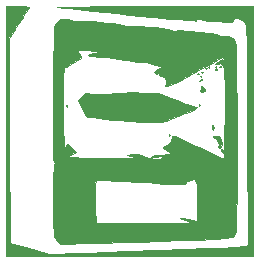
<source format=gbr>
G04 #@! TF.GenerationSoftware,KiCad,Pcbnew,(5.1.7)-1*
G04 #@! TF.CreationDate,2022-02-27T16:51:40+00:00*
G04 #@! TF.ProjectId,TOBIN,544f4249-4e2e-46b6-9963-61645f706362,rev?*
G04 #@! TF.SameCoordinates,Original*
G04 #@! TF.FileFunction,Legend,Bot*
G04 #@! TF.FilePolarity,Positive*
%FSLAX46Y46*%
G04 Gerber Fmt 4.6, Leading zero omitted, Abs format (unit mm)*
G04 Created by KiCad (PCBNEW (5.1.7)-1) date 2022-02-27 16:51:40*
%MOMM*%
%LPD*%
G01*
G04 APERTURE LIST*
%ADD10C,0.010000*%
G04 APERTURE END LIST*
D10*
G36*
X102708363Y-26716182D02*
G01*
X94309045Y-26729575D01*
X92944643Y-26732310D01*
X91653686Y-26735989D01*
X90453802Y-26740493D01*
X89362619Y-26745704D01*
X88397763Y-26751504D01*
X87576863Y-26757774D01*
X86917545Y-26764396D01*
X86437437Y-26771253D01*
X86154166Y-26778225D01*
X86082909Y-26784730D01*
X86241662Y-26807456D01*
X86597002Y-26849396D01*
X87115740Y-26906924D01*
X87764684Y-26976418D01*
X88510644Y-27054251D01*
X89142454Y-27118821D01*
X90107195Y-27216565D01*
X91154291Y-27322713D01*
X92211087Y-27429897D01*
X93204928Y-27530746D01*
X94063159Y-27617891D01*
X94280181Y-27639942D01*
X94999627Y-27710205D01*
X95660631Y-27769448D01*
X96221006Y-27814305D01*
X96638564Y-27841415D01*
X96871119Y-27847412D01*
X96877909Y-27847050D01*
X97243710Y-27855464D01*
X97628363Y-27905481D01*
X97861073Y-27943117D01*
X97881996Y-27919002D01*
X97801545Y-27875979D01*
X97701000Y-27809871D01*
X97788232Y-27784210D01*
X98050141Y-27789682D01*
X98333642Y-27819737D01*
X98478720Y-27867693D01*
X98483347Y-27888159D01*
X98558287Y-27929888D01*
X98800827Y-27952562D01*
X98985206Y-27953879D01*
X99415048Y-27961465D01*
X99933291Y-27991056D01*
X100259905Y-28019579D01*
X100676102Y-28051357D01*
X100916263Y-28034824D01*
X101031366Y-27963890D01*
X101051576Y-27924995D01*
X101211585Y-27761582D01*
X101461438Y-27745115D01*
X101738842Y-27848835D01*
X101981509Y-28045978D01*
X102127149Y-28309783D01*
X102142213Y-28393563D01*
X102146131Y-28542433D01*
X102150889Y-28904268D01*
X102156363Y-29461128D01*
X102162430Y-30195072D01*
X102168967Y-31088159D01*
X102175851Y-32122447D01*
X102182958Y-33279996D01*
X102190166Y-34542865D01*
X102197352Y-35893112D01*
X102204392Y-37312797D01*
X102206568Y-37773288D01*
X102249303Y-46925394D01*
X101988151Y-47022391D01*
X101801416Y-47053313D01*
X101419923Y-47087204D01*
X100879764Y-47121910D01*
X100217034Y-47155277D01*
X99467827Y-47185152D01*
X99013818Y-47199855D01*
X98310244Y-47221986D01*
X97416144Y-47252113D01*
X96371706Y-47288776D01*
X95217122Y-47330511D01*
X93992578Y-47375856D01*
X92738265Y-47423349D01*
X91494371Y-47471527D01*
X90859005Y-47496603D01*
X85417374Y-47712884D01*
X83758550Y-47224540D01*
X82099727Y-46736196D01*
X82070135Y-38063639D01*
X82040544Y-29391083D01*
X82326689Y-29051019D01*
X82495801Y-28821099D01*
X82561210Y-28671418D01*
X82555536Y-28653657D01*
X82582960Y-28545549D01*
X82674210Y-28450315D01*
X82822566Y-28251734D01*
X82850181Y-28141603D01*
X82943344Y-27961710D01*
X83023363Y-27912479D01*
X83176717Y-27772055D01*
X83196545Y-27694051D01*
X83266139Y-27512650D01*
X83438187Y-27256932D01*
X83485181Y-27199055D01*
X83670255Y-26962736D01*
X83768839Y-26804950D01*
X83773818Y-26786106D01*
X83667212Y-26754506D01*
X83382734Y-26730339D01*
X82973392Y-26717381D01*
X82792454Y-26716182D01*
X81811091Y-26716182D01*
X81811091Y-47844363D01*
X102708363Y-47844363D01*
X102708363Y-26716182D01*
G37*
X102708363Y-26716182D02*
X94309045Y-26729575D01*
X92944643Y-26732310D01*
X91653686Y-26735989D01*
X90453802Y-26740493D01*
X89362619Y-26745704D01*
X88397763Y-26751504D01*
X87576863Y-26757774D01*
X86917545Y-26764396D01*
X86437437Y-26771253D01*
X86154166Y-26778225D01*
X86082909Y-26784730D01*
X86241662Y-26807456D01*
X86597002Y-26849396D01*
X87115740Y-26906924D01*
X87764684Y-26976418D01*
X88510644Y-27054251D01*
X89142454Y-27118821D01*
X90107195Y-27216565D01*
X91154291Y-27322713D01*
X92211087Y-27429897D01*
X93204928Y-27530746D01*
X94063159Y-27617891D01*
X94280181Y-27639942D01*
X94999627Y-27710205D01*
X95660631Y-27769448D01*
X96221006Y-27814305D01*
X96638564Y-27841415D01*
X96871119Y-27847412D01*
X96877909Y-27847050D01*
X97243710Y-27855464D01*
X97628363Y-27905481D01*
X97861073Y-27943117D01*
X97881996Y-27919002D01*
X97801545Y-27875979D01*
X97701000Y-27809871D01*
X97788232Y-27784210D01*
X98050141Y-27789682D01*
X98333642Y-27819737D01*
X98478720Y-27867693D01*
X98483347Y-27888159D01*
X98558287Y-27929888D01*
X98800827Y-27952562D01*
X98985206Y-27953879D01*
X99415048Y-27961465D01*
X99933291Y-27991056D01*
X100259905Y-28019579D01*
X100676102Y-28051357D01*
X100916263Y-28034824D01*
X101031366Y-27963890D01*
X101051576Y-27924995D01*
X101211585Y-27761582D01*
X101461438Y-27745115D01*
X101738842Y-27848835D01*
X101981509Y-28045978D01*
X102127149Y-28309783D01*
X102142213Y-28393563D01*
X102146131Y-28542433D01*
X102150889Y-28904268D01*
X102156363Y-29461128D01*
X102162430Y-30195072D01*
X102168967Y-31088159D01*
X102175851Y-32122447D01*
X102182958Y-33279996D01*
X102190166Y-34542865D01*
X102197352Y-35893112D01*
X102204392Y-37312797D01*
X102206568Y-37773288D01*
X102249303Y-46925394D01*
X101988151Y-47022391D01*
X101801416Y-47053313D01*
X101419923Y-47087204D01*
X100879764Y-47121910D01*
X100217034Y-47155277D01*
X99467827Y-47185152D01*
X99013818Y-47199855D01*
X98310244Y-47221986D01*
X97416144Y-47252113D01*
X96371706Y-47288776D01*
X95217122Y-47330511D01*
X93992578Y-47375856D01*
X92738265Y-47423349D01*
X91494371Y-47471527D01*
X90859005Y-47496603D01*
X85417374Y-47712884D01*
X83758550Y-47224540D01*
X82099727Y-46736196D01*
X82070135Y-38063639D01*
X82040544Y-29391083D01*
X82326689Y-29051019D01*
X82495801Y-28821099D01*
X82561210Y-28671418D01*
X82555536Y-28653657D01*
X82582960Y-28545549D01*
X82674210Y-28450315D01*
X82822566Y-28251734D01*
X82850181Y-28141603D01*
X82943344Y-27961710D01*
X83023363Y-27912479D01*
X83176717Y-27772055D01*
X83196545Y-27694051D01*
X83266139Y-27512650D01*
X83438187Y-27256932D01*
X83485181Y-27199055D01*
X83670255Y-26962736D01*
X83768839Y-26804950D01*
X83773818Y-26786106D01*
X83667212Y-26754506D01*
X83382734Y-26730339D01*
X82973392Y-26717381D01*
X82792454Y-26716182D01*
X81811091Y-26716182D01*
X81811091Y-47844363D01*
X102708363Y-47844363D01*
X102708363Y-26716182D01*
G36*
X88543013Y-46802073D02*
G01*
X90088613Y-46758271D01*
X91449223Y-46717472D01*
X92647783Y-46678992D01*
X93529727Y-46648548D01*
X94354335Y-46619053D01*
X95263412Y-46586547D01*
X96161841Y-46554431D01*
X96954505Y-46526105D01*
X97166545Y-46518530D01*
X98199541Y-46480286D01*
X99026565Y-46445527D01*
X99672473Y-46411595D01*
X100162122Y-46375834D01*
X100520366Y-46335585D01*
X100772062Y-46288190D01*
X100942065Y-46230992D01*
X101055231Y-46161333D01*
X101120819Y-46095709D01*
X101160429Y-46036816D01*
X101194513Y-45949933D01*
X101223477Y-45818530D01*
X101247730Y-45626073D01*
X101267681Y-45356030D01*
X101283736Y-44991867D01*
X101296305Y-44517052D01*
X101305794Y-43915053D01*
X101312613Y-43169337D01*
X101317168Y-42263371D01*
X101319868Y-41180622D01*
X101321121Y-39904558D01*
X101321335Y-38418645D01*
X101321266Y-37972907D01*
X101319110Y-36213596D01*
X101313412Y-34656433D01*
X101304230Y-33305363D01*
X101291623Y-32164329D01*
X101275648Y-31237274D01*
X101256365Y-30528141D01*
X101233830Y-30040875D01*
X101208102Y-29779417D01*
X101200109Y-29746557D01*
X100970492Y-29396631D01*
X100596733Y-29220354D01*
X100231450Y-29208914D01*
X99944440Y-29202583D01*
X99764311Y-29140759D01*
X99548292Y-29053721D01*
X99412588Y-29040866D01*
X99216608Y-29028768D01*
X98842929Y-28992276D01*
X98342826Y-28936829D01*
X97767575Y-28867866D01*
X97687554Y-28857892D01*
X96999008Y-28779448D01*
X96522379Y-28743927D01*
X96242816Y-28750720D01*
X96146553Y-28794793D01*
X96055782Y-28855950D01*
X95948891Y-28789897D01*
X95779527Y-28731847D01*
X95429105Y-28664705D01*
X94947031Y-28593711D01*
X94382711Y-28524101D01*
X93785552Y-28461115D01*
X93204958Y-28409991D01*
X92690336Y-28375965D01*
X92291093Y-28364277D01*
X92065799Y-28378211D01*
X91827692Y-28392753D01*
X91719436Y-28345475D01*
X91595196Y-28297961D01*
X91286120Y-28241986D01*
X90837938Y-28181650D01*
X90296381Y-28121056D01*
X89707179Y-28064305D01*
X89116064Y-28015497D01*
X88568766Y-27978735D01*
X88111016Y-27958119D01*
X87788543Y-27957751D01*
X87648535Y-27980381D01*
X87460775Y-28000903D01*
X87301651Y-27918908D01*
X86919593Y-27770697D01*
X86479696Y-27844482D01*
X86298644Y-27929591D01*
X86043987Y-28117858D01*
X85899284Y-28300196D01*
X85879587Y-28453590D01*
X85859706Y-28814771D01*
X85840169Y-29360620D01*
X85835309Y-29544818D01*
X85967454Y-29544818D01*
X86025181Y-29487091D01*
X86082909Y-29544818D01*
X86025181Y-29602545D01*
X85967454Y-29544818D01*
X85835309Y-29544818D01*
X85821503Y-30068017D01*
X85804235Y-30913840D01*
X85788892Y-31874970D01*
X85776001Y-32928287D01*
X85767016Y-33945810D01*
X86632012Y-33945810D01*
X86632700Y-33299116D01*
X86638120Y-32796289D01*
X86648709Y-32419922D01*
X86664903Y-32152610D01*
X86687140Y-31976947D01*
X86715858Y-31875528D01*
X86751493Y-31830946D01*
X86794482Y-31825796D01*
X86830637Y-31836887D01*
X87006411Y-31802682D01*
X87308075Y-31644918D01*
X87688134Y-31392538D01*
X88099092Y-31074487D01*
X88145389Y-31035683D01*
X88110754Y-30932093D01*
X87970672Y-30725128D01*
X87944917Y-30691873D01*
X87792465Y-30430897D01*
X87778205Y-30242381D01*
X87886082Y-30179818D01*
X87892667Y-30255211D01*
X87867682Y-30302994D01*
X87882503Y-30397349D01*
X87947459Y-30399682D01*
X88132538Y-30399282D01*
X88476743Y-30422722D01*
X88910087Y-30465071D01*
X88969272Y-30471702D01*
X89109870Y-30487697D01*
X90162303Y-30487697D01*
X90178151Y-30419059D01*
X90239272Y-30410727D01*
X90334304Y-30452970D01*
X90316242Y-30487697D01*
X90179224Y-30501514D01*
X90162303Y-30487697D01*
X89109870Y-30487697D01*
X89835181Y-30570211D01*
X89200181Y-30696400D01*
X88864051Y-30777842D01*
X88735128Y-30849138D01*
X88818278Y-30911926D01*
X89118366Y-30967848D01*
X89640258Y-31018541D01*
X90277946Y-31059636D01*
X90854066Y-31103488D01*
X91393192Y-31165636D01*
X91824214Y-31236776D01*
X92028818Y-31288724D01*
X92432240Y-31384525D01*
X92908839Y-31441465D01*
X93094436Y-31448138D01*
X93546388Y-31482895D01*
X93984534Y-31568666D01*
X94133527Y-31616061D01*
X94475155Y-31735096D01*
X94760514Y-31815871D01*
X94799727Y-31823914D01*
X94918412Y-31866292D01*
X94864883Y-31942590D01*
X94638596Y-32073421D01*
X94396889Y-32226477D01*
X94354810Y-32333449D01*
X94402174Y-32377495D01*
X94590711Y-32432055D01*
X94649896Y-32416750D01*
X94737945Y-32443291D01*
X94742000Y-32474315D01*
X94837620Y-32596197D01*
X94980385Y-32664464D01*
X95216592Y-32831320D01*
X95339498Y-33091193D01*
X95310961Y-33349779D01*
X95278018Y-33400335D01*
X95219424Y-33505806D01*
X95330037Y-33503520D01*
X95435632Y-33473592D01*
X95684416Y-33373444D01*
X96084231Y-33184857D01*
X96594773Y-32929435D01*
X97175733Y-32628781D01*
X97786805Y-32304502D01*
X98387683Y-31978202D01*
X98938060Y-31671485D01*
X99397630Y-31405957D01*
X99726086Y-31203222D01*
X99873954Y-31094605D01*
X100085139Y-30984495D01*
X100232436Y-31079835D01*
X100272309Y-31305500D01*
X100260801Y-31623000D01*
X100168363Y-31334363D01*
X100098601Y-31165766D01*
X100064417Y-31171513D01*
X99961404Y-31305717D01*
X99749353Y-31435609D01*
X99555450Y-31553843D01*
X99515653Y-31643775D01*
X99649811Y-31643028D01*
X99732946Y-31591271D01*
X99933291Y-31510900D01*
X100091000Y-31640809D01*
X100207058Y-31984821D01*
X100282450Y-32546759D01*
X100318160Y-33330446D01*
X100321155Y-33874363D01*
X100314471Y-34758323D01*
X100304444Y-35629372D01*
X100291740Y-36458677D01*
X100277026Y-37217404D01*
X100260971Y-37876721D01*
X100244241Y-38407793D01*
X100227503Y-38781787D01*
X100211424Y-38969870D01*
X100202951Y-38983227D01*
X100074837Y-38849136D01*
X100025393Y-38838909D01*
X99996613Y-38908091D01*
X100092742Y-39050045D01*
X100221668Y-39257784D01*
X100285707Y-39479840D01*
X100265501Y-39628015D01*
X100223783Y-39647091D01*
X100101804Y-39598417D01*
X99820371Y-39467083D01*
X99425841Y-39275117D01*
X99108946Y-39117337D01*
X98520842Y-38828313D01*
X97908129Y-38538050D01*
X97310601Y-38264199D01*
X96768052Y-38024406D01*
X96320276Y-37836321D01*
X96007067Y-37717592D01*
X95877901Y-37684363D01*
X95803338Y-37775801D01*
X95814507Y-37915133D01*
X95765864Y-38141533D01*
X95550550Y-38380915D01*
X95222985Y-38579643D01*
X95088363Y-38630807D01*
X95054175Y-38709239D01*
X95241458Y-38850817D01*
X95371588Y-38921581D01*
X95827995Y-39156624D01*
X95459634Y-39237529D01*
X95086825Y-39288765D01*
X94772318Y-39293285D01*
X94414034Y-39320217D01*
X94164727Y-39391444D01*
X94036582Y-39457746D01*
X94084372Y-39480948D01*
X94330120Y-39465071D01*
X94482227Y-39449386D01*
X94879475Y-39427603D01*
X95068096Y-39472302D01*
X95088363Y-39515554D01*
X94986835Y-39607681D01*
X94723226Y-39645541D01*
X94359004Y-39632719D01*
X93955633Y-39572798D01*
X93574578Y-39469360D01*
X93449889Y-39420042D01*
X92962244Y-39263873D01*
X92508367Y-39264008D01*
X92482713Y-39268075D01*
X92028818Y-39343157D01*
X92606091Y-39491225D01*
X92854999Y-39557412D01*
X92961688Y-39597531D01*
X92905753Y-39614934D01*
X92666789Y-39612974D01*
X92224390Y-39595002D01*
X92028818Y-39586062D01*
X91499109Y-39567342D01*
X90811959Y-39551362D01*
X90040829Y-39539401D01*
X89259183Y-39532738D01*
X88911545Y-39531802D01*
X86948818Y-39530773D01*
X87738434Y-39049397D01*
X87365568Y-38700923D01*
X87116459Y-38479044D01*
X86973760Y-38418630D01*
X86876073Y-38522528D01*
X86788347Y-38727683D01*
X86725956Y-38848816D01*
X86689777Y-38804858D01*
X86672404Y-38570721D01*
X86667833Y-38319363D01*
X86653966Y-36923147D01*
X86643082Y-35740420D01*
X86635619Y-34753776D01*
X86632012Y-33945810D01*
X85767016Y-33945810D01*
X85766089Y-34050670D01*
X85765169Y-34182441D01*
X85761411Y-34759515D01*
X85890484Y-34759515D01*
X85906333Y-34690877D01*
X85967454Y-34682545D01*
X86062486Y-34724788D01*
X86044424Y-34759515D01*
X85907406Y-34773333D01*
X85890484Y-34759515D01*
X85761411Y-34759515D01*
X85756751Y-35474896D01*
X85750957Y-36555565D01*
X85748348Y-37443558D01*
X85749487Y-38157988D01*
X85754935Y-38717968D01*
X85765255Y-39142610D01*
X85781007Y-39451026D01*
X85802755Y-39662329D01*
X85831059Y-39795632D01*
X85866481Y-39870045D01*
X85909584Y-39904683D01*
X85933621Y-39912912D01*
X86049796Y-39959385D01*
X85967454Y-39980353D01*
X85915070Y-40010560D01*
X85874202Y-40108311D01*
X85843484Y-40298191D01*
X85821554Y-40604786D01*
X85807046Y-41052680D01*
X85798597Y-41666458D01*
X85794842Y-42470706D01*
X85794667Y-42665010D01*
X89329755Y-42665010D01*
X89339374Y-42236664D01*
X89359846Y-41940397D01*
X89367818Y-41887409D01*
X89448019Y-41459899D01*
X91937550Y-41537762D01*
X92675509Y-41563581D01*
X93336335Y-41591912D01*
X93884864Y-41620819D01*
X94285932Y-41648371D01*
X94504375Y-41672633D01*
X94531902Y-41680408D01*
X94564998Y-41686788D01*
X96396848Y-41686788D01*
X96412696Y-41618150D01*
X96473818Y-41609818D01*
X96568850Y-41652061D01*
X96550787Y-41686788D01*
X96413770Y-41700605D01*
X96396848Y-41686788D01*
X94564998Y-41686788D01*
X94683660Y-41709662D01*
X95015004Y-41739450D01*
X95474655Y-41765998D01*
X95930498Y-41783275D01*
X96420091Y-41790877D01*
X96783255Y-41783016D01*
X96984787Y-41761473D01*
X96993363Y-41729510D01*
X96869461Y-41661828D01*
X96921566Y-41600802D01*
X97166545Y-41518698D01*
X97469763Y-41429490D01*
X97685921Y-41388382D01*
X97829707Y-41424579D01*
X97915805Y-41567287D01*
X97958904Y-41845711D01*
X97973688Y-42289057D01*
X97974846Y-42926529D01*
X97974727Y-43125833D01*
X97974727Y-44872758D01*
X97570636Y-44799924D01*
X97160324Y-44732261D01*
X96737145Y-44671135D01*
X96733591Y-44670671D01*
X96527094Y-44649620D01*
X96507554Y-44670002D01*
X96687554Y-44741490D01*
X96935636Y-44825991D01*
X97570636Y-45037730D01*
X93529727Y-45090575D01*
X92587105Y-45101824D01*
X91719551Y-45110106D01*
X90953635Y-45115325D01*
X90315925Y-45117389D01*
X89832990Y-45116204D01*
X89531399Y-45111676D01*
X89437271Y-45104996D01*
X89405277Y-44973082D01*
X89377421Y-44662130D01*
X89354822Y-44223995D01*
X89338598Y-43710528D01*
X89329870Y-43173582D01*
X89329755Y-42665010D01*
X85794667Y-42665010D01*
X85794272Y-43101309D01*
X85794998Y-44031207D01*
X85798529Y-44758716D01*
X85804450Y-45150424D01*
X85890484Y-45150424D01*
X85906333Y-45081787D01*
X85967454Y-45073454D01*
X86062486Y-45115697D01*
X86044424Y-45150424D01*
X85907406Y-45164242D01*
X85890484Y-45150424D01*
X85804450Y-45150424D01*
X85806898Y-45312358D01*
X85822139Y-45720651D01*
X85846282Y-46012116D01*
X85881361Y-46215273D01*
X85929409Y-46358640D01*
X85992457Y-46470740D01*
X86039031Y-46535791D01*
X86238205Y-46748632D01*
X86472039Y-46838454D01*
X86789486Y-46849562D01*
X88543013Y-46802073D01*
G37*
X88543013Y-46802073D02*
X90088613Y-46758271D01*
X91449223Y-46717472D01*
X92647783Y-46678992D01*
X93529727Y-46648548D01*
X94354335Y-46619053D01*
X95263412Y-46586547D01*
X96161841Y-46554431D01*
X96954505Y-46526105D01*
X97166545Y-46518530D01*
X98199541Y-46480286D01*
X99026565Y-46445527D01*
X99672473Y-46411595D01*
X100162122Y-46375834D01*
X100520366Y-46335585D01*
X100772062Y-46288190D01*
X100942065Y-46230992D01*
X101055231Y-46161333D01*
X101120819Y-46095709D01*
X101160429Y-46036816D01*
X101194513Y-45949933D01*
X101223477Y-45818530D01*
X101247730Y-45626073D01*
X101267681Y-45356030D01*
X101283736Y-44991867D01*
X101296305Y-44517052D01*
X101305794Y-43915053D01*
X101312613Y-43169337D01*
X101317168Y-42263371D01*
X101319868Y-41180622D01*
X101321121Y-39904558D01*
X101321335Y-38418645D01*
X101321266Y-37972907D01*
X101319110Y-36213596D01*
X101313412Y-34656433D01*
X101304230Y-33305363D01*
X101291623Y-32164329D01*
X101275648Y-31237274D01*
X101256365Y-30528141D01*
X101233830Y-30040875D01*
X101208102Y-29779417D01*
X101200109Y-29746557D01*
X100970492Y-29396631D01*
X100596733Y-29220354D01*
X100231450Y-29208914D01*
X99944440Y-29202583D01*
X99764311Y-29140759D01*
X99548292Y-29053721D01*
X99412588Y-29040866D01*
X99216608Y-29028768D01*
X98842929Y-28992276D01*
X98342826Y-28936829D01*
X97767575Y-28867866D01*
X97687554Y-28857892D01*
X96999008Y-28779448D01*
X96522379Y-28743927D01*
X96242816Y-28750720D01*
X96146553Y-28794793D01*
X96055782Y-28855950D01*
X95948891Y-28789897D01*
X95779527Y-28731847D01*
X95429105Y-28664705D01*
X94947031Y-28593711D01*
X94382711Y-28524101D01*
X93785552Y-28461115D01*
X93204958Y-28409991D01*
X92690336Y-28375965D01*
X92291093Y-28364277D01*
X92065799Y-28378211D01*
X91827692Y-28392753D01*
X91719436Y-28345475D01*
X91595196Y-28297961D01*
X91286120Y-28241986D01*
X90837938Y-28181650D01*
X90296381Y-28121056D01*
X89707179Y-28064305D01*
X89116064Y-28015497D01*
X88568766Y-27978735D01*
X88111016Y-27958119D01*
X87788543Y-27957751D01*
X87648535Y-27980381D01*
X87460775Y-28000903D01*
X87301651Y-27918908D01*
X86919593Y-27770697D01*
X86479696Y-27844482D01*
X86298644Y-27929591D01*
X86043987Y-28117858D01*
X85899284Y-28300196D01*
X85879587Y-28453590D01*
X85859706Y-28814771D01*
X85840169Y-29360620D01*
X85835309Y-29544818D01*
X85967454Y-29544818D01*
X86025181Y-29487091D01*
X86082909Y-29544818D01*
X86025181Y-29602545D01*
X85967454Y-29544818D01*
X85835309Y-29544818D01*
X85821503Y-30068017D01*
X85804235Y-30913840D01*
X85788892Y-31874970D01*
X85776001Y-32928287D01*
X85767016Y-33945810D01*
X86632012Y-33945810D01*
X86632700Y-33299116D01*
X86638120Y-32796289D01*
X86648709Y-32419922D01*
X86664903Y-32152610D01*
X86687140Y-31976947D01*
X86715858Y-31875528D01*
X86751493Y-31830946D01*
X86794482Y-31825796D01*
X86830637Y-31836887D01*
X87006411Y-31802682D01*
X87308075Y-31644918D01*
X87688134Y-31392538D01*
X88099092Y-31074487D01*
X88145389Y-31035683D01*
X88110754Y-30932093D01*
X87970672Y-30725128D01*
X87944917Y-30691873D01*
X87792465Y-30430897D01*
X87778205Y-30242381D01*
X87886082Y-30179818D01*
X87892667Y-30255211D01*
X87867682Y-30302994D01*
X87882503Y-30397349D01*
X87947459Y-30399682D01*
X88132538Y-30399282D01*
X88476743Y-30422722D01*
X88910087Y-30465071D01*
X88969272Y-30471702D01*
X89109870Y-30487697D01*
X90162303Y-30487697D01*
X90178151Y-30419059D01*
X90239272Y-30410727D01*
X90334304Y-30452970D01*
X90316242Y-30487697D01*
X90179224Y-30501514D01*
X90162303Y-30487697D01*
X89109870Y-30487697D01*
X89835181Y-30570211D01*
X89200181Y-30696400D01*
X88864051Y-30777842D01*
X88735128Y-30849138D01*
X88818278Y-30911926D01*
X89118366Y-30967848D01*
X89640258Y-31018541D01*
X90277946Y-31059636D01*
X90854066Y-31103488D01*
X91393192Y-31165636D01*
X91824214Y-31236776D01*
X92028818Y-31288724D01*
X92432240Y-31384525D01*
X92908839Y-31441465D01*
X93094436Y-31448138D01*
X93546388Y-31482895D01*
X93984534Y-31568666D01*
X94133527Y-31616061D01*
X94475155Y-31735096D01*
X94760514Y-31815871D01*
X94799727Y-31823914D01*
X94918412Y-31866292D01*
X94864883Y-31942590D01*
X94638596Y-32073421D01*
X94396889Y-32226477D01*
X94354810Y-32333449D01*
X94402174Y-32377495D01*
X94590711Y-32432055D01*
X94649896Y-32416750D01*
X94737945Y-32443291D01*
X94742000Y-32474315D01*
X94837620Y-32596197D01*
X94980385Y-32664464D01*
X95216592Y-32831320D01*
X95339498Y-33091193D01*
X95310961Y-33349779D01*
X95278018Y-33400335D01*
X95219424Y-33505806D01*
X95330037Y-33503520D01*
X95435632Y-33473592D01*
X95684416Y-33373444D01*
X96084231Y-33184857D01*
X96594773Y-32929435D01*
X97175733Y-32628781D01*
X97786805Y-32304502D01*
X98387683Y-31978202D01*
X98938060Y-31671485D01*
X99397630Y-31405957D01*
X99726086Y-31203222D01*
X99873954Y-31094605D01*
X100085139Y-30984495D01*
X100232436Y-31079835D01*
X100272309Y-31305500D01*
X100260801Y-31623000D01*
X100168363Y-31334363D01*
X100098601Y-31165766D01*
X100064417Y-31171513D01*
X99961404Y-31305717D01*
X99749353Y-31435609D01*
X99555450Y-31553843D01*
X99515653Y-31643775D01*
X99649811Y-31643028D01*
X99732946Y-31591271D01*
X99933291Y-31510900D01*
X100091000Y-31640809D01*
X100207058Y-31984821D01*
X100282450Y-32546759D01*
X100318160Y-33330446D01*
X100321155Y-33874363D01*
X100314471Y-34758323D01*
X100304444Y-35629372D01*
X100291740Y-36458677D01*
X100277026Y-37217404D01*
X100260971Y-37876721D01*
X100244241Y-38407793D01*
X100227503Y-38781787D01*
X100211424Y-38969870D01*
X100202951Y-38983227D01*
X100074837Y-38849136D01*
X100025393Y-38838909D01*
X99996613Y-38908091D01*
X100092742Y-39050045D01*
X100221668Y-39257784D01*
X100285707Y-39479840D01*
X100265501Y-39628015D01*
X100223783Y-39647091D01*
X100101804Y-39598417D01*
X99820371Y-39467083D01*
X99425841Y-39275117D01*
X99108946Y-39117337D01*
X98520842Y-38828313D01*
X97908129Y-38538050D01*
X97310601Y-38264199D01*
X96768052Y-38024406D01*
X96320276Y-37836321D01*
X96007067Y-37717592D01*
X95877901Y-37684363D01*
X95803338Y-37775801D01*
X95814507Y-37915133D01*
X95765864Y-38141533D01*
X95550550Y-38380915D01*
X95222985Y-38579643D01*
X95088363Y-38630807D01*
X95054175Y-38709239D01*
X95241458Y-38850817D01*
X95371588Y-38921581D01*
X95827995Y-39156624D01*
X95459634Y-39237529D01*
X95086825Y-39288765D01*
X94772318Y-39293285D01*
X94414034Y-39320217D01*
X94164727Y-39391444D01*
X94036582Y-39457746D01*
X94084372Y-39480948D01*
X94330120Y-39465071D01*
X94482227Y-39449386D01*
X94879475Y-39427603D01*
X95068096Y-39472302D01*
X95088363Y-39515554D01*
X94986835Y-39607681D01*
X94723226Y-39645541D01*
X94359004Y-39632719D01*
X93955633Y-39572798D01*
X93574578Y-39469360D01*
X93449889Y-39420042D01*
X92962244Y-39263873D01*
X92508367Y-39264008D01*
X92482713Y-39268075D01*
X92028818Y-39343157D01*
X92606091Y-39491225D01*
X92854999Y-39557412D01*
X92961688Y-39597531D01*
X92905753Y-39614934D01*
X92666789Y-39612974D01*
X92224390Y-39595002D01*
X92028818Y-39586062D01*
X91499109Y-39567342D01*
X90811959Y-39551362D01*
X90040829Y-39539401D01*
X89259183Y-39532738D01*
X88911545Y-39531802D01*
X86948818Y-39530773D01*
X87738434Y-39049397D01*
X87365568Y-38700923D01*
X87116459Y-38479044D01*
X86973760Y-38418630D01*
X86876073Y-38522528D01*
X86788347Y-38727683D01*
X86725956Y-38848816D01*
X86689777Y-38804858D01*
X86672404Y-38570721D01*
X86667833Y-38319363D01*
X86653966Y-36923147D01*
X86643082Y-35740420D01*
X86635619Y-34753776D01*
X86632012Y-33945810D01*
X85767016Y-33945810D01*
X85766089Y-34050670D01*
X85765169Y-34182441D01*
X85761411Y-34759515D01*
X85890484Y-34759515D01*
X85906333Y-34690877D01*
X85967454Y-34682545D01*
X86062486Y-34724788D01*
X86044424Y-34759515D01*
X85907406Y-34773333D01*
X85890484Y-34759515D01*
X85761411Y-34759515D01*
X85756751Y-35474896D01*
X85750957Y-36555565D01*
X85748348Y-37443558D01*
X85749487Y-38157988D01*
X85754935Y-38717968D01*
X85765255Y-39142610D01*
X85781007Y-39451026D01*
X85802755Y-39662329D01*
X85831059Y-39795632D01*
X85866481Y-39870045D01*
X85909584Y-39904683D01*
X85933621Y-39912912D01*
X86049796Y-39959385D01*
X85967454Y-39980353D01*
X85915070Y-40010560D01*
X85874202Y-40108311D01*
X85843484Y-40298191D01*
X85821554Y-40604786D01*
X85807046Y-41052680D01*
X85798597Y-41666458D01*
X85794842Y-42470706D01*
X85794667Y-42665010D01*
X89329755Y-42665010D01*
X89339374Y-42236664D01*
X89359846Y-41940397D01*
X89367818Y-41887409D01*
X89448019Y-41459899D01*
X91937550Y-41537762D01*
X92675509Y-41563581D01*
X93336335Y-41591912D01*
X93884864Y-41620819D01*
X94285932Y-41648371D01*
X94504375Y-41672633D01*
X94531902Y-41680408D01*
X94564998Y-41686788D01*
X96396848Y-41686788D01*
X96412696Y-41618150D01*
X96473818Y-41609818D01*
X96568850Y-41652061D01*
X96550787Y-41686788D01*
X96413770Y-41700605D01*
X96396848Y-41686788D01*
X94564998Y-41686788D01*
X94683660Y-41709662D01*
X95015004Y-41739450D01*
X95474655Y-41765998D01*
X95930498Y-41783275D01*
X96420091Y-41790877D01*
X96783255Y-41783016D01*
X96984787Y-41761473D01*
X96993363Y-41729510D01*
X96869461Y-41661828D01*
X96921566Y-41600802D01*
X97166545Y-41518698D01*
X97469763Y-41429490D01*
X97685921Y-41388382D01*
X97829707Y-41424579D01*
X97915805Y-41567287D01*
X97958904Y-41845711D01*
X97973688Y-42289057D01*
X97974846Y-42926529D01*
X97974727Y-43125833D01*
X97974727Y-44872758D01*
X97570636Y-44799924D01*
X97160324Y-44732261D01*
X96737145Y-44671135D01*
X96733591Y-44670671D01*
X96527094Y-44649620D01*
X96507554Y-44670002D01*
X96687554Y-44741490D01*
X96935636Y-44825991D01*
X97570636Y-45037730D01*
X93529727Y-45090575D01*
X92587105Y-45101824D01*
X91719551Y-45110106D01*
X90953635Y-45115325D01*
X90315925Y-45117389D01*
X89832990Y-45116204D01*
X89531399Y-45111676D01*
X89437271Y-45104996D01*
X89405277Y-44973082D01*
X89377421Y-44662130D01*
X89354822Y-44223995D01*
X89338598Y-43710528D01*
X89329870Y-43173582D01*
X89329755Y-42665010D01*
X85794667Y-42665010D01*
X85794272Y-43101309D01*
X85794998Y-44031207D01*
X85798529Y-44758716D01*
X85804450Y-45150424D01*
X85890484Y-45150424D01*
X85906333Y-45081787D01*
X85967454Y-45073454D01*
X86062486Y-45115697D01*
X86044424Y-45150424D01*
X85907406Y-45164242D01*
X85890484Y-45150424D01*
X85804450Y-45150424D01*
X85806898Y-45312358D01*
X85822139Y-45720651D01*
X85846282Y-46012116D01*
X85881361Y-46215273D01*
X85929409Y-46358640D01*
X85992457Y-46470740D01*
X86039031Y-46535791D01*
X86238205Y-46748632D01*
X86472039Y-46838454D01*
X86789486Y-46849562D01*
X88543013Y-46802073D01*
G36*
X99013818Y-31853909D02*
G01*
X98956091Y-31796182D01*
X98898363Y-31853909D01*
X98956091Y-31911636D01*
X99013818Y-31853909D01*
G37*
X99013818Y-31853909D02*
X98956091Y-31796182D01*
X98898363Y-31853909D01*
X98956091Y-31911636D01*
X99013818Y-31853909D01*
G36*
X99591091Y-31853909D02*
G01*
X99533363Y-31796182D01*
X99475636Y-31853909D01*
X99533363Y-31911636D01*
X99591091Y-31853909D01*
G37*
X99591091Y-31853909D02*
X99533363Y-31796182D01*
X99475636Y-31853909D01*
X99533363Y-31911636D01*
X99591091Y-31853909D01*
G36*
X100014424Y-31873151D02*
G01*
X99998575Y-31804514D01*
X99937454Y-31796182D01*
X99842422Y-31838425D01*
X99860484Y-31873151D01*
X99997502Y-31886969D01*
X100014424Y-31873151D01*
G37*
X100014424Y-31873151D02*
X99998575Y-31804514D01*
X99937454Y-31796182D01*
X99842422Y-31838425D01*
X99860484Y-31873151D01*
X99997502Y-31886969D01*
X100014424Y-31873151D01*
G36*
X98782909Y-31969363D02*
G01*
X98725181Y-31911636D01*
X98667454Y-31969363D01*
X98725181Y-32027091D01*
X98782909Y-31969363D01*
G37*
X98782909Y-31969363D02*
X98725181Y-31911636D01*
X98667454Y-31969363D01*
X98725181Y-32027091D01*
X98782909Y-31969363D01*
G36*
X99668060Y-32104060D02*
G01*
X99652212Y-32035423D01*
X99591091Y-32027091D01*
X99496058Y-32069334D01*
X99514121Y-32104060D01*
X99651138Y-32117878D01*
X99668060Y-32104060D01*
G37*
X99668060Y-32104060D02*
X99652212Y-32035423D01*
X99591091Y-32027091D01*
X99496058Y-32069334D01*
X99514121Y-32104060D01*
X99651138Y-32117878D01*
X99668060Y-32104060D01*
G36*
X98436545Y-32315727D02*
G01*
X98378818Y-32258000D01*
X98321091Y-32315727D01*
X98378818Y-32373454D01*
X98436545Y-32315727D01*
G37*
X98436545Y-32315727D02*
X98378818Y-32258000D01*
X98321091Y-32315727D01*
X98378818Y-32373454D01*
X98436545Y-32315727D01*
G36*
X98090181Y-32431182D02*
G01*
X98032454Y-32373454D01*
X97974727Y-32431182D01*
X98032454Y-32488909D01*
X98090181Y-32431182D01*
G37*
X98090181Y-32431182D02*
X98032454Y-32373454D01*
X97974727Y-32431182D01*
X98032454Y-32488909D01*
X98090181Y-32431182D01*
G36*
X98321091Y-32662091D02*
G01*
X98263363Y-32604363D01*
X98205636Y-32662091D01*
X98263363Y-32719818D01*
X98321091Y-32662091D01*
G37*
X98321091Y-32662091D02*
X98263363Y-32604363D01*
X98205636Y-32662091D01*
X98263363Y-32719818D01*
X98321091Y-32662091D01*
G36*
X98354104Y-32982171D02*
G01*
X98378818Y-32950727D01*
X98419455Y-32846886D01*
X98310222Y-32885996D01*
X98205636Y-32950727D01*
X98116877Y-33043411D01*
X98169959Y-33064414D01*
X98354104Y-32982171D01*
G37*
X98354104Y-32982171D02*
X98378818Y-32950727D01*
X98419455Y-32846886D01*
X98310222Y-32885996D01*
X98205636Y-32950727D01*
X98116877Y-33043411D01*
X98169959Y-33064414D01*
X98354104Y-32982171D01*
G36*
X98622744Y-33917431D02*
G01*
X98651357Y-33743520D01*
X98500185Y-33532960D01*
X98494272Y-33528000D01*
X98351797Y-33456238D01*
X98321091Y-33504420D01*
X98282440Y-33712450D01*
X98251011Y-33807193D01*
X98259184Y-33953144D01*
X98424193Y-33989818D01*
X98622744Y-33917431D01*
G37*
X98622744Y-33917431D02*
X98651357Y-33743520D01*
X98500185Y-33532960D01*
X98494272Y-33528000D01*
X98351797Y-33456238D01*
X98321091Y-33504420D01*
X98282440Y-33712450D01*
X98251011Y-33807193D01*
X98259184Y-33953144D01*
X98424193Y-33989818D01*
X98622744Y-33917431D01*
G36*
X94613209Y-36524901D02*
G01*
X95026030Y-36488245D01*
X95290327Y-36428410D01*
X95312097Y-36418204D01*
X95523963Y-36323330D01*
X95893703Y-36175304D01*
X96361389Y-35997661D01*
X96681194Y-35880468D01*
X97287320Y-35653935D01*
X97688902Y-35483727D01*
X97902727Y-35360360D01*
X97945584Y-35274353D01*
X97849715Y-35220433D01*
X97360279Y-35070691D01*
X96800938Y-34885300D01*
X96237957Y-34687758D01*
X95737605Y-34501566D01*
X95366146Y-34350224D01*
X95271039Y-34305977D01*
X94949784Y-34183337D01*
X94543688Y-34106591D01*
X93992675Y-34066198D01*
X93709037Y-34057889D01*
X93218721Y-34041401D01*
X92813830Y-34015959D01*
X92551157Y-33985731D01*
X92487270Y-33968219D01*
X92299814Y-33951808D01*
X92132070Y-33993490D01*
X91907043Y-34040105D01*
X91528965Y-34079025D01*
X91045764Y-34109345D01*
X90505366Y-34130158D01*
X89955701Y-34140557D01*
X89444695Y-34139638D01*
X89020276Y-34126493D01*
X88730371Y-34100216D01*
X88622909Y-34059901D01*
X88622909Y-34059846D01*
X88552342Y-34058135D01*
X88373046Y-34193055D01*
X88253565Y-34305875D01*
X87884222Y-34675218D01*
X88217067Y-35371609D01*
X88403000Y-35726637D01*
X88567601Y-35982025D01*
X88673001Y-36081164D01*
X88869973Y-36102737D01*
X89142454Y-36133000D01*
X90116554Y-36241090D01*
X90901731Y-36325892D01*
X91538444Y-36390643D01*
X92067151Y-36438582D01*
X92528309Y-36472945D01*
X92962378Y-36496970D01*
X93409814Y-36513893D01*
X93911076Y-36526954D01*
X94123357Y-36531562D01*
X94613209Y-36524901D01*
G37*
X94613209Y-36524901D02*
X95026030Y-36488245D01*
X95290327Y-36428410D01*
X95312097Y-36418204D01*
X95523963Y-36323330D01*
X95893703Y-36175304D01*
X96361389Y-35997661D01*
X96681194Y-35880468D01*
X97287320Y-35653935D01*
X97688902Y-35483727D01*
X97902727Y-35360360D01*
X97945584Y-35274353D01*
X97849715Y-35220433D01*
X97360279Y-35070691D01*
X96800938Y-34885300D01*
X96237957Y-34687758D01*
X95737605Y-34501566D01*
X95366146Y-34350224D01*
X95271039Y-34305977D01*
X94949784Y-34183337D01*
X94543688Y-34106591D01*
X93992675Y-34066198D01*
X93709037Y-34057889D01*
X93218721Y-34041401D01*
X92813830Y-34015959D01*
X92551157Y-33985731D01*
X92487270Y-33968219D01*
X92299814Y-33951808D01*
X92132070Y-33993490D01*
X91907043Y-34040105D01*
X91528965Y-34079025D01*
X91045764Y-34109345D01*
X90505366Y-34130158D01*
X89955701Y-34140557D01*
X89444695Y-34139638D01*
X89020276Y-34126493D01*
X88730371Y-34100216D01*
X88622909Y-34059901D01*
X88622909Y-34059846D01*
X88552342Y-34058135D01*
X88373046Y-34193055D01*
X88253565Y-34305875D01*
X87884222Y-34675218D01*
X88217067Y-35371609D01*
X88403000Y-35726637D01*
X88567601Y-35982025D01*
X88673001Y-36081164D01*
X88869973Y-36102737D01*
X89142454Y-36133000D01*
X90116554Y-36241090D01*
X90901731Y-36325892D01*
X91538444Y-36390643D01*
X92067151Y-36438582D01*
X92528309Y-36472945D01*
X92962378Y-36496970D01*
X93409814Y-36513893D01*
X93911076Y-36526954D01*
X94123357Y-36531562D01*
X94613209Y-36524901D01*
G36*
X86968060Y-35221333D02*
G01*
X86981878Y-35084316D01*
X86968060Y-35067394D01*
X86899423Y-35083242D01*
X86891091Y-35144363D01*
X86933334Y-35239396D01*
X86968060Y-35221333D01*
G37*
X86968060Y-35221333D02*
X86981878Y-35084316D01*
X86968060Y-35067394D01*
X86899423Y-35083242D01*
X86891091Y-35144363D01*
X86933334Y-35239396D01*
X86968060Y-35221333D01*
G36*
X98205636Y-35086636D02*
G01*
X98147909Y-35028909D01*
X98090181Y-35086636D01*
X98147909Y-35144363D01*
X98205636Y-35086636D01*
G37*
X98205636Y-35086636D02*
X98147909Y-35028909D01*
X98090181Y-35086636D01*
X98147909Y-35144363D01*
X98205636Y-35086636D01*
G36*
X99351945Y-37125387D02*
G01*
X99360181Y-36991636D01*
X99316315Y-36803958D01*
X99255536Y-36760727D01*
X99196147Y-36852672D01*
X99211274Y-36991636D01*
X99278298Y-37178157D01*
X99315920Y-37222545D01*
X99351945Y-37125387D01*
G37*
X99351945Y-37125387D02*
X99360181Y-36991636D01*
X99316315Y-36803958D01*
X99255536Y-36760727D01*
X99196147Y-36852672D01*
X99211274Y-36991636D01*
X99278298Y-37178157D01*
X99315920Y-37222545D01*
X99351945Y-37125387D01*
G36*
X95665636Y-37626636D02*
G01*
X95607909Y-37568909D01*
X95550181Y-37626636D01*
X95607909Y-37684363D01*
X95665636Y-37626636D01*
G37*
X95665636Y-37626636D02*
X95607909Y-37568909D01*
X95550181Y-37626636D01*
X95607909Y-37684363D01*
X95665636Y-37626636D01*
G36*
X100012574Y-38624760D02*
G01*
X100049817Y-38352537D01*
X99980139Y-37944136D01*
X99858174Y-37745659D01*
X99597531Y-37684615D01*
X99570811Y-37684363D01*
X99347780Y-37716729D01*
X99301965Y-37799015D01*
X99302454Y-37799818D01*
X99469660Y-37906427D01*
X99537977Y-37915273D01*
X99680845Y-38013362D01*
X99781358Y-38238412D01*
X99804662Y-38486598D01*
X99768328Y-38601438D01*
X99790710Y-38705720D01*
X99872913Y-38723454D01*
X100012574Y-38624760D01*
G37*
X100012574Y-38624760D02*
X100049817Y-38352537D01*
X99980139Y-37944136D01*
X99858174Y-37745659D01*
X99597531Y-37684615D01*
X99570811Y-37684363D01*
X99347780Y-37716729D01*
X99301965Y-37799015D01*
X99302454Y-37799818D01*
X99469660Y-37906427D01*
X99537977Y-37915273D01*
X99680845Y-38013362D01*
X99781358Y-38238412D01*
X99804662Y-38486598D01*
X99768328Y-38601438D01*
X99790710Y-38705720D01*
X99872913Y-38723454D01*
X100012574Y-38624760D01*
M02*

</source>
